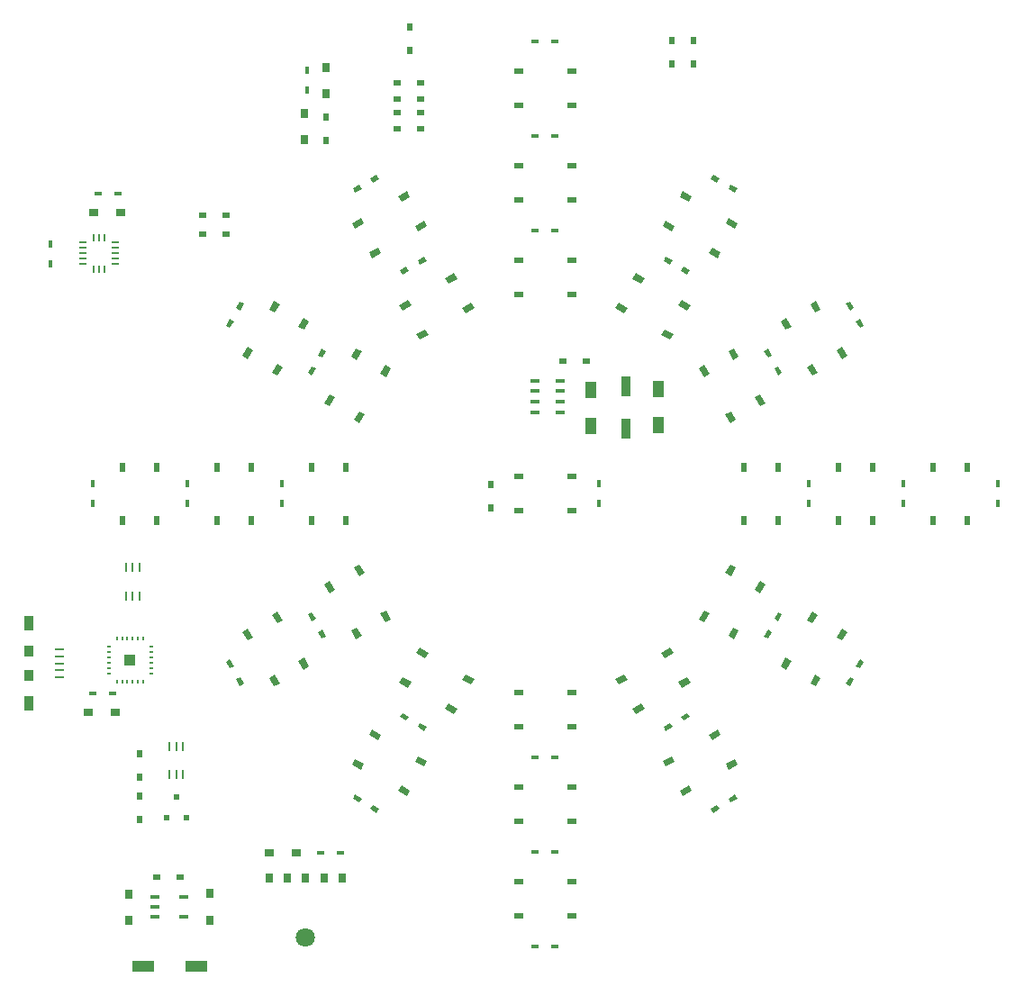
<source format=gtp>
G04 #@! TF.FileFunction,Paste,Top*
%FSLAX46Y46*%
G04 Gerber Fmt 4.6, Leading zero omitted, Abs format (unit mm)*
G04 Created by KiCad (PCBNEW 4.0.7) date Tuesday, 08 May 2018 'PMt' 13:08:49*
%MOMM*%
%LPD*%
G01*
G04 APERTURE LIST*
%ADD10C,0.100000*%
%ADD11R,0.750000X0.900000*%
%ADD12R,0.720000X0.450000*%
%ADD13R,0.900000X0.750000*%
%ADD14R,0.450000X0.720000*%
%ADD15R,1.080000X1.560000*%
%ADD16R,0.900000X1.920000*%
%ADD17R,0.480000X0.540000*%
%ADD18R,0.240000X0.900000*%
%ADD19R,0.540000X0.720000*%
%ADD20R,0.720000X0.540000*%
%ADD21R,0.936000X0.390000*%
%ADD22R,0.600000X0.960000*%
%ADD23R,0.960000X0.600000*%
%ADD24R,0.960000X0.360000*%
%ADD25R,0.780000X0.180000*%
%ADD26R,0.180000X0.780000*%
%ADD27R,2.100000X1.080000*%
%ADD28R,0.840000X0.240000*%
%ADD29R,0.840000X1.080000*%
%ADD30R,0.840000X1.380000*%
%ADD31R,0.642000X0.822000*%
%ADD32C,1.800000*%
%ADD33R,0.420000X0.150000*%
%ADD34R,0.150000X0.420000*%
%ADD35R,1.100000X1.100000*%
G04 APERTURE END LIST*
D10*
D11*
X70104000Y-116292000D03*
X70104000Y-113792000D03*
X62484000Y-116312000D03*
X62484000Y-113812000D03*
X78994000Y-40406000D03*
X78994000Y-42906000D03*
D12*
X82418000Y-109982000D03*
X80518000Y-109982000D03*
D13*
X75712000Y-109982000D03*
X78212000Y-109982000D03*
D11*
X81026000Y-38588000D03*
X81026000Y-36088000D03*
D14*
X79248000Y-38288000D03*
X79248000Y-36388000D03*
D13*
X61194000Y-96774000D03*
X58694000Y-96774000D03*
D12*
X60960000Y-94996000D03*
X59060000Y-94996000D03*
D14*
X59055000Y-75250000D03*
X59055000Y-77150000D03*
D12*
X100650000Y-118745000D03*
X102550000Y-118745000D03*
D14*
X144145000Y-77150000D03*
X144145000Y-75250000D03*
D12*
X102549999Y-33655000D03*
X100649999Y-33655000D03*
D10*
G36*
X85794492Y-46204059D02*
X86019492Y-46593771D01*
X85395954Y-46953771D01*
X85170954Y-46564059D01*
X85794492Y-46204059D01*
X85794492Y-46204059D01*
G37*
G36*
X84149044Y-47154059D02*
X84374044Y-47543771D01*
X83750506Y-47903771D01*
X83525506Y-47514059D01*
X84149044Y-47154059D01*
X84149044Y-47154059D01*
G37*
G36*
X72914059Y-58125507D02*
X73303771Y-58350507D01*
X72943771Y-58974045D01*
X72554059Y-58749045D01*
X72914059Y-58125507D01*
X72914059Y-58125507D01*
G37*
G36*
X71964059Y-59770955D02*
X72353771Y-59995955D01*
X71993771Y-60619493D01*
X71604059Y-60394493D01*
X71964059Y-59770955D01*
X71964059Y-59770955D01*
G37*
D14*
X67945000Y-75250000D03*
X67945000Y-77150000D03*
D10*
G36*
X71604059Y-92005507D02*
X71993771Y-91780507D01*
X72353771Y-92404045D01*
X71964059Y-92629045D01*
X71604059Y-92005507D01*
X71604059Y-92005507D01*
G37*
G36*
X72554059Y-93650955D02*
X72943771Y-93425955D01*
X73303771Y-94049493D01*
X72914059Y-94274493D01*
X72554059Y-93650955D01*
X72554059Y-93650955D01*
G37*
G36*
X83525507Y-104885940D02*
X83750507Y-104496228D01*
X84374045Y-104856228D01*
X84149045Y-105245940D01*
X83525507Y-104885940D01*
X83525507Y-104885940D01*
G37*
G36*
X85170955Y-105835940D02*
X85395955Y-105446228D01*
X86019493Y-105806228D01*
X85794493Y-106195940D01*
X85170955Y-105835940D01*
X85170955Y-105835940D01*
G37*
D12*
X100650000Y-109855000D03*
X102550000Y-109855000D03*
D10*
G36*
X117405507Y-106195940D02*
X117180507Y-105806228D01*
X117804045Y-105446228D01*
X118029045Y-105835940D01*
X117405507Y-106195940D01*
X117405507Y-106195940D01*
G37*
G36*
X119050955Y-105245940D02*
X118825955Y-104856228D01*
X119449493Y-104496228D01*
X119674493Y-104885940D01*
X119050955Y-105245940D01*
X119050955Y-105245940D01*
G37*
G36*
X119674493Y-47514059D02*
X119449493Y-47903771D01*
X118825955Y-47543771D01*
X119050955Y-47154059D01*
X119674493Y-47514059D01*
X119674493Y-47514059D01*
G37*
G36*
X118029045Y-46564059D02*
X117804045Y-46953771D01*
X117180507Y-46593771D01*
X117405507Y-46204059D01*
X118029045Y-46564059D01*
X118029045Y-46564059D01*
G37*
D12*
X102550000Y-42545000D03*
X100650000Y-42545000D03*
D10*
G36*
X90239492Y-53903024D02*
X90464492Y-54292736D01*
X89840954Y-54652736D01*
X89615954Y-54263024D01*
X90239492Y-53903024D01*
X90239492Y-53903024D01*
G37*
G36*
X88594044Y-54853024D02*
X88819044Y-55242736D01*
X88195506Y-55602736D01*
X87970506Y-55213024D01*
X88594044Y-54853024D01*
X88594044Y-54853024D01*
G37*
G36*
X80613024Y-62570507D02*
X81002736Y-62795507D01*
X80642736Y-63419045D01*
X80253024Y-63194045D01*
X80613024Y-62570507D01*
X80613024Y-62570507D01*
G37*
G36*
X79663024Y-64215955D02*
X80052736Y-64440955D01*
X79692736Y-65064493D01*
X79303024Y-64839493D01*
X79663024Y-64215955D01*
X79663024Y-64215955D01*
G37*
D14*
X76835000Y-75250000D03*
X76835000Y-77150000D03*
D10*
G36*
X79303024Y-87560507D02*
X79692736Y-87335507D01*
X80052736Y-87959045D01*
X79663024Y-88184045D01*
X79303024Y-87560507D01*
X79303024Y-87560507D01*
G37*
G36*
X80253024Y-89205955D02*
X80642736Y-88980955D01*
X81002736Y-89604493D01*
X80613024Y-89829493D01*
X80253024Y-89205955D01*
X80253024Y-89205955D01*
G37*
G36*
X87970507Y-97186975D02*
X88195507Y-96797263D01*
X88819045Y-97157263D01*
X88594045Y-97546975D01*
X87970507Y-97186975D01*
X87970507Y-97186975D01*
G37*
G36*
X89615955Y-98136975D02*
X89840955Y-97747263D01*
X90464493Y-98107263D01*
X90239493Y-98496975D01*
X89615955Y-98136975D01*
X89615955Y-98136975D01*
G37*
D12*
X100650000Y-100965000D03*
X102550000Y-100965000D03*
D10*
G36*
X112960507Y-98496975D02*
X112735507Y-98107263D01*
X113359045Y-97747263D01*
X113584045Y-98136975D01*
X112960507Y-98496975D01*
X112960507Y-98496975D01*
G37*
G36*
X114605955Y-97546975D02*
X114380955Y-97157263D01*
X115004493Y-96797263D01*
X115229493Y-97186975D01*
X114605955Y-97546975D01*
X114605955Y-97546975D01*
G37*
G36*
X122586975Y-89829493D02*
X122197263Y-89604493D01*
X122557263Y-88980955D01*
X122946975Y-89205955D01*
X122586975Y-89829493D01*
X122586975Y-89829493D01*
G37*
G36*
X123536975Y-88184045D02*
X123147263Y-87959045D01*
X123507263Y-87335507D01*
X123896975Y-87560507D01*
X123536975Y-88184045D01*
X123536975Y-88184045D01*
G37*
G36*
X123896975Y-64839492D02*
X123507263Y-65064492D01*
X123147263Y-64440954D01*
X123536975Y-64215954D01*
X123896975Y-64839492D01*
X123896975Y-64839492D01*
G37*
G36*
X122946975Y-63194044D02*
X122557263Y-63419044D01*
X122197263Y-62795506D01*
X122586975Y-62570506D01*
X122946975Y-63194044D01*
X122946975Y-63194044D01*
G37*
G36*
X115229493Y-55213024D02*
X115004493Y-55602736D01*
X114380955Y-55242736D01*
X114605955Y-54853024D01*
X115229493Y-55213024D01*
X115229493Y-55213024D01*
G37*
G36*
X113584045Y-54263024D02*
X113359045Y-54652736D01*
X112735507Y-54292736D01*
X112960507Y-53903024D01*
X113584045Y-54263024D01*
X113584045Y-54263024D01*
G37*
D12*
X102550000Y-51435000D03*
X100650000Y-51435000D03*
D14*
X106680000Y-75250000D03*
X106680000Y-77150000D03*
D15*
X105918000Y-66450000D03*
X105918000Y-69850000D03*
D16*
X109220000Y-66072000D03*
X109220000Y-70072000D03*
D15*
X112268000Y-66372000D03*
X112268000Y-69772000D03*
D13*
X59202000Y-49784000D03*
X61702000Y-49784000D03*
D12*
X59568000Y-48006000D03*
X61468000Y-48006000D03*
D14*
X55118000Y-52710000D03*
X55118000Y-54610000D03*
D17*
X66040000Y-106680000D03*
X67940000Y-106680000D03*
X66990000Y-104680000D03*
D18*
X66294000Y-102616000D03*
X66944000Y-102616000D03*
X67594000Y-102616000D03*
X67594000Y-99956000D03*
X66944000Y-99956000D03*
X66294000Y-99956000D03*
X63500000Y-83140000D03*
X62850000Y-83140000D03*
X62200000Y-83140000D03*
X62200000Y-85800000D03*
X62850000Y-85800000D03*
X63500000Y-85800000D03*
D19*
X81026000Y-40810000D03*
X81026000Y-43010000D03*
D20*
X67310000Y-112268000D03*
X65110000Y-112268000D03*
D19*
X63500000Y-100670000D03*
X63500000Y-102870000D03*
X63500000Y-106848000D03*
X63500000Y-104648000D03*
D20*
X89916000Y-41910000D03*
X87716000Y-41910000D03*
X89916000Y-37592000D03*
X87716000Y-37592000D03*
X87716000Y-40386000D03*
X89916000Y-40386000D03*
X87716000Y-39116000D03*
X89916000Y-39116000D03*
D19*
X88900000Y-34544000D03*
X88900000Y-32344000D03*
X115570000Y-35814000D03*
X115570000Y-33614000D03*
X113538000Y-35814000D03*
X113538000Y-33614000D03*
D20*
X105494000Y-63754000D03*
X103294000Y-63754000D03*
X71628000Y-51816000D03*
X69428000Y-51816000D03*
X71628000Y-50038000D03*
X69428000Y-50038000D03*
D21*
X64944000Y-114112000D03*
X64944000Y-115062000D03*
X64944000Y-116012000D03*
X67644000Y-116012000D03*
X67644000Y-114112000D03*
D22*
X61900000Y-78700000D03*
X65100000Y-78700000D03*
X61900000Y-73700000D03*
X65100000Y-73700000D03*
D23*
X104100000Y-115900000D03*
X104100000Y-112700000D03*
X99100000Y-115900000D03*
X99100000Y-112700000D03*
D22*
X141300000Y-73700000D03*
X138100000Y-73700000D03*
X141300000Y-78700000D03*
X138100000Y-78700000D03*
D23*
X99099999Y-36500000D03*
X99099999Y-39700000D03*
X104099999Y-36500000D03*
X104099999Y-39700000D03*
D10*
G36*
X84295627Y-50267948D02*
X84595627Y-50787564D01*
X83764243Y-51267564D01*
X83464243Y-50747948D01*
X84295627Y-50267948D01*
X84295627Y-50267948D01*
G37*
G36*
X85895627Y-53039230D02*
X86195627Y-53558846D01*
X85364243Y-54038846D01*
X85064243Y-53519230D01*
X85895627Y-53039230D01*
X85895627Y-53039230D01*
G37*
G36*
X88625755Y-47767948D02*
X88925755Y-48287564D01*
X88094371Y-48767564D01*
X87794371Y-48247948D01*
X88625755Y-47767948D01*
X88625755Y-47767948D01*
G37*
G36*
X90225755Y-50539230D02*
X90525755Y-51058846D01*
X89694371Y-51538846D01*
X89394371Y-51019230D01*
X90225755Y-50539230D01*
X90225755Y-50539230D01*
G37*
G36*
X73647948Y-62394372D02*
X74167564Y-62694372D01*
X73687564Y-63525756D01*
X73167948Y-63225756D01*
X73647948Y-62394372D01*
X73647948Y-62394372D01*
G37*
G36*
X76419230Y-63994372D02*
X76938846Y-64294372D01*
X76458846Y-65125756D01*
X75939230Y-64825756D01*
X76419230Y-63994372D01*
X76419230Y-63994372D01*
G37*
G36*
X76147948Y-58064244D02*
X76667564Y-58364244D01*
X76187564Y-59195628D01*
X75667948Y-58895628D01*
X76147948Y-58064244D01*
X76147948Y-58064244D01*
G37*
G36*
X78919230Y-59664244D02*
X79438846Y-59964244D01*
X78958846Y-60795628D01*
X78439230Y-60495628D01*
X78919230Y-59664244D01*
X78919230Y-59664244D01*
G37*
D22*
X70790000Y-78700000D03*
X73990000Y-78700000D03*
X70790000Y-73700000D03*
X73990000Y-73700000D03*
D10*
G36*
X75667948Y-93504372D02*
X76187564Y-93204372D01*
X76667564Y-94035756D01*
X76147948Y-94335756D01*
X75667948Y-93504372D01*
X75667948Y-93504372D01*
G37*
G36*
X78439230Y-91904372D02*
X78958846Y-91604372D01*
X79438846Y-92435756D01*
X78919230Y-92735756D01*
X78439230Y-91904372D01*
X78439230Y-91904372D01*
G37*
G36*
X73167948Y-89174244D02*
X73687564Y-88874244D01*
X74167564Y-89705628D01*
X73647948Y-90005628D01*
X73167948Y-89174244D01*
X73167948Y-89174244D01*
G37*
G36*
X75939230Y-87574244D02*
X76458846Y-87274244D01*
X76938846Y-88105628D01*
X76419230Y-88405628D01*
X75939230Y-87574244D01*
X75939230Y-87574244D01*
G37*
G36*
X87794372Y-104152051D02*
X88094372Y-103632435D01*
X88925756Y-104112435D01*
X88625756Y-104632051D01*
X87794372Y-104152051D01*
X87794372Y-104152051D01*
G37*
G36*
X89394372Y-101380769D02*
X89694372Y-100861153D01*
X90525756Y-101341153D01*
X90225756Y-101860769D01*
X89394372Y-101380769D01*
X89394372Y-101380769D01*
G37*
G36*
X83464244Y-101652051D02*
X83764244Y-101132435D01*
X84595628Y-101612435D01*
X84295628Y-102132051D01*
X83464244Y-101652051D01*
X83464244Y-101652051D01*
G37*
G36*
X85064244Y-98880769D02*
X85364244Y-98361153D01*
X86195628Y-98841153D01*
X85895628Y-99360769D01*
X85064244Y-98880769D01*
X85064244Y-98880769D01*
G37*
D23*
X104100000Y-107010000D03*
X104100000Y-103810000D03*
X99100000Y-107010000D03*
X99100000Y-103810000D03*
D10*
G36*
X118904372Y-102132051D02*
X118604372Y-101612435D01*
X119435756Y-101132435D01*
X119735756Y-101652051D01*
X118904372Y-102132051D01*
X118904372Y-102132051D01*
G37*
G36*
X117304372Y-99360769D02*
X117004372Y-98841153D01*
X117835756Y-98361153D01*
X118135756Y-98880769D01*
X117304372Y-99360769D01*
X117304372Y-99360769D01*
G37*
G36*
X114574244Y-104632051D02*
X114274244Y-104112435D01*
X115105628Y-103632435D01*
X115405628Y-104152051D01*
X114574244Y-104632051D01*
X114574244Y-104632051D01*
G37*
G36*
X112974244Y-101860769D02*
X112674244Y-101341153D01*
X113505628Y-100861153D01*
X113805628Y-101380769D01*
X112974244Y-101860769D01*
X112974244Y-101860769D01*
G37*
G36*
X115405628Y-48247948D02*
X115105628Y-48767564D01*
X114274244Y-48287564D01*
X114574244Y-47767948D01*
X115405628Y-48247948D01*
X115405628Y-48247948D01*
G37*
G36*
X113805628Y-51019230D02*
X113505628Y-51538846D01*
X112674244Y-51058846D01*
X112974244Y-50539230D01*
X113805628Y-51019230D01*
X113805628Y-51019230D01*
G37*
G36*
X119735756Y-50747948D02*
X119435756Y-51267564D01*
X118604372Y-50787564D01*
X118904372Y-50267948D01*
X119735756Y-50747948D01*
X119735756Y-50747948D01*
G37*
G36*
X118135756Y-53519230D02*
X117835756Y-54038846D01*
X117004372Y-53558846D01*
X117304372Y-53039230D01*
X118135756Y-53519230D01*
X118135756Y-53519230D01*
G37*
D23*
X99100000Y-45390000D03*
X99100000Y-48590000D03*
X104100000Y-45390000D03*
X104100000Y-48590000D03*
D10*
G36*
X88740627Y-57966914D02*
X89040627Y-58486530D01*
X88209243Y-58966530D01*
X87909243Y-58446914D01*
X88740627Y-57966914D01*
X88740627Y-57966914D01*
G37*
G36*
X90340627Y-60738196D02*
X90640627Y-61257812D01*
X89809243Y-61737812D01*
X89509243Y-61218196D01*
X90340627Y-60738196D01*
X90340627Y-60738196D01*
G37*
G36*
X93070755Y-55466914D02*
X93370755Y-55986530D01*
X92539371Y-56466530D01*
X92239371Y-55946914D01*
X93070755Y-55466914D01*
X93070755Y-55466914D01*
G37*
G36*
X94670755Y-58238196D02*
X94970755Y-58757812D01*
X94139371Y-59237812D01*
X93839371Y-58718196D01*
X94670755Y-58238196D01*
X94670755Y-58238196D01*
G37*
G36*
X81346914Y-66839372D02*
X81866530Y-67139372D01*
X81386530Y-67970756D01*
X80866914Y-67670756D01*
X81346914Y-66839372D01*
X81346914Y-66839372D01*
G37*
G36*
X84118196Y-68439372D02*
X84637812Y-68739372D01*
X84157812Y-69570756D01*
X83638196Y-69270756D01*
X84118196Y-68439372D01*
X84118196Y-68439372D01*
G37*
G36*
X83846914Y-62509244D02*
X84366530Y-62809244D01*
X83886530Y-63640628D01*
X83366914Y-63340628D01*
X83846914Y-62509244D01*
X83846914Y-62509244D01*
G37*
G36*
X86618196Y-64109244D02*
X87137812Y-64409244D01*
X86657812Y-65240628D01*
X86138196Y-64940628D01*
X86618196Y-64109244D01*
X86618196Y-64109244D01*
G37*
D22*
X79680000Y-78700000D03*
X82880000Y-78700000D03*
X79680000Y-73700000D03*
X82880000Y-73700000D03*
D10*
G36*
X83366914Y-89059372D02*
X83886530Y-88759372D01*
X84366530Y-89590756D01*
X83846914Y-89890756D01*
X83366914Y-89059372D01*
X83366914Y-89059372D01*
G37*
G36*
X86138196Y-87459372D02*
X86657812Y-87159372D01*
X87137812Y-87990756D01*
X86618196Y-88290756D01*
X86138196Y-87459372D01*
X86138196Y-87459372D01*
G37*
G36*
X80866914Y-84729244D02*
X81386530Y-84429244D01*
X81866530Y-85260628D01*
X81346914Y-85560628D01*
X80866914Y-84729244D01*
X80866914Y-84729244D01*
G37*
G36*
X83638196Y-83129244D02*
X84157812Y-82829244D01*
X84637812Y-83660628D01*
X84118196Y-83960628D01*
X83638196Y-83129244D01*
X83638196Y-83129244D01*
G37*
G36*
X92239372Y-96453085D02*
X92539372Y-95933469D01*
X93370756Y-96413469D01*
X93070756Y-96933085D01*
X92239372Y-96453085D01*
X92239372Y-96453085D01*
G37*
G36*
X93839372Y-93681803D02*
X94139372Y-93162187D01*
X94970756Y-93642187D01*
X94670756Y-94161803D01*
X93839372Y-93681803D01*
X93839372Y-93681803D01*
G37*
G36*
X87909244Y-93953085D02*
X88209244Y-93433469D01*
X89040628Y-93913469D01*
X88740628Y-94433085D01*
X87909244Y-93953085D01*
X87909244Y-93953085D01*
G37*
G36*
X89509244Y-91181803D02*
X89809244Y-90662187D01*
X90640628Y-91142187D01*
X90340628Y-91661803D01*
X89509244Y-91181803D01*
X89509244Y-91181803D01*
G37*
D23*
X104100000Y-98120000D03*
X104100000Y-94920000D03*
X99100000Y-98120000D03*
X99100000Y-94920000D03*
D10*
G36*
X114459372Y-94433085D02*
X114159372Y-93913469D01*
X114990756Y-93433469D01*
X115290756Y-93953085D01*
X114459372Y-94433085D01*
X114459372Y-94433085D01*
G37*
G36*
X112859372Y-91661803D02*
X112559372Y-91142187D01*
X113390756Y-90662187D01*
X113690756Y-91181803D01*
X112859372Y-91661803D01*
X112859372Y-91661803D01*
G37*
G36*
X110129244Y-96933085D02*
X109829244Y-96413469D01*
X110660628Y-95933469D01*
X110960628Y-96453085D01*
X110129244Y-96933085D01*
X110129244Y-96933085D01*
G37*
G36*
X108529244Y-94161803D02*
X108229244Y-93642187D01*
X109060628Y-93162187D01*
X109360628Y-93681803D01*
X108529244Y-94161803D01*
X108529244Y-94161803D01*
G37*
G36*
X121853085Y-85560628D02*
X121333469Y-85260628D01*
X121813469Y-84429244D01*
X122333085Y-84729244D01*
X121853085Y-85560628D01*
X121853085Y-85560628D01*
G37*
G36*
X119081803Y-83960628D02*
X118562187Y-83660628D01*
X119042187Y-82829244D01*
X119561803Y-83129244D01*
X119081803Y-83960628D01*
X119081803Y-83960628D01*
G37*
G36*
X119353085Y-89890756D02*
X118833469Y-89590756D01*
X119313469Y-88759372D01*
X119833085Y-89059372D01*
X119353085Y-89890756D01*
X119353085Y-89890756D01*
G37*
G36*
X116581803Y-88290756D02*
X116062187Y-87990756D01*
X116542187Y-87159372D01*
X117061803Y-87459372D01*
X116581803Y-88290756D01*
X116581803Y-88290756D01*
G37*
D22*
X123520000Y-73700000D03*
X120320000Y-73700000D03*
X123520000Y-78700000D03*
X120320000Y-78700000D03*
D10*
G36*
X119833085Y-63340627D02*
X119313469Y-63640627D01*
X118833469Y-62809243D01*
X119353085Y-62509243D01*
X119833085Y-63340627D01*
X119833085Y-63340627D01*
G37*
G36*
X117061803Y-64940627D02*
X116542187Y-65240627D01*
X116062187Y-64409243D01*
X116581803Y-64109243D01*
X117061803Y-64940627D01*
X117061803Y-64940627D01*
G37*
G36*
X122333085Y-67670755D02*
X121813469Y-67970755D01*
X121333469Y-67139371D01*
X121853085Y-66839371D01*
X122333085Y-67670755D01*
X122333085Y-67670755D01*
G37*
G36*
X119561803Y-69270755D02*
X119042187Y-69570755D01*
X118562187Y-68739371D01*
X119081803Y-68439371D01*
X119561803Y-69270755D01*
X119561803Y-69270755D01*
G37*
G36*
X110960628Y-55946914D02*
X110660628Y-56466530D01*
X109829244Y-55986530D01*
X110129244Y-55466914D01*
X110960628Y-55946914D01*
X110960628Y-55946914D01*
G37*
G36*
X109360628Y-58718196D02*
X109060628Y-59237812D01*
X108229244Y-58757812D01*
X108529244Y-58238196D01*
X109360628Y-58718196D01*
X109360628Y-58718196D01*
G37*
G36*
X115290756Y-58446914D02*
X114990756Y-58966530D01*
X114159372Y-58486530D01*
X114459372Y-57966914D01*
X115290756Y-58446914D01*
X115290756Y-58446914D01*
G37*
G36*
X113690756Y-61218196D02*
X113390756Y-61737812D01*
X112559372Y-61257812D01*
X112859372Y-60738196D01*
X113690756Y-61218196D01*
X113690756Y-61218196D01*
G37*
D23*
X99100000Y-54280000D03*
X99100000Y-57480000D03*
X104100000Y-54280000D03*
X104100000Y-57480000D03*
X104100000Y-77800000D03*
X104100000Y-74600000D03*
X99100000Y-77800000D03*
X99100000Y-74600000D03*
D24*
X100654000Y-65556000D03*
X100654000Y-66556000D03*
X100654000Y-67556000D03*
X100654000Y-68556000D03*
X103054000Y-68556000D03*
X103054000Y-67556000D03*
X103054000Y-66556000D03*
X103054000Y-65556000D03*
D25*
X58190000Y-52594000D03*
X58190000Y-53094000D03*
X58190000Y-53594000D03*
X58190000Y-54094000D03*
X58190000Y-54594000D03*
D26*
X59190000Y-55094000D03*
X59690000Y-55094000D03*
X60190000Y-55094000D03*
D25*
X61190000Y-54594000D03*
X61190000Y-54094000D03*
X61190000Y-53594000D03*
X61190000Y-53094000D03*
X61190000Y-52594000D03*
D26*
X60190000Y-52094000D03*
X59690000Y-52094000D03*
X59190000Y-52094000D03*
D27*
X68834000Y-120650000D03*
X63834000Y-120650000D03*
D19*
X96520000Y-77554000D03*
X96520000Y-75354000D03*
D10*
G36*
X130285940Y-94274493D02*
X129896228Y-94049493D01*
X130256228Y-93425955D01*
X130645940Y-93650955D01*
X130285940Y-94274493D01*
X130285940Y-94274493D01*
G37*
G36*
X131235940Y-92629045D02*
X130846228Y-92404045D01*
X131206228Y-91780507D01*
X131595940Y-92005507D01*
X131235940Y-92629045D01*
X131235940Y-92629045D01*
G37*
D14*
X135255000Y-77150000D03*
X135255000Y-75250000D03*
D10*
G36*
X131595940Y-60394492D02*
X131206228Y-60619492D01*
X130846228Y-59995954D01*
X131235940Y-59770954D01*
X131595940Y-60394492D01*
X131595940Y-60394492D01*
G37*
G36*
X130645940Y-58749044D02*
X130256228Y-58974044D01*
X129896228Y-58350506D01*
X130285940Y-58125506D01*
X130645940Y-58749044D01*
X130645940Y-58749044D01*
G37*
D14*
X126365000Y-77150000D03*
X126365000Y-75250000D03*
D10*
G36*
X129552051Y-90005628D02*
X129032435Y-89705628D01*
X129512435Y-88874244D01*
X130032051Y-89174244D01*
X129552051Y-90005628D01*
X129552051Y-90005628D01*
G37*
G36*
X126780769Y-88405628D02*
X126261153Y-88105628D01*
X126741153Y-87274244D01*
X127260769Y-87574244D01*
X126780769Y-88405628D01*
X126780769Y-88405628D01*
G37*
G36*
X127052051Y-94335756D02*
X126532435Y-94035756D01*
X127012435Y-93204372D01*
X127532051Y-93504372D01*
X127052051Y-94335756D01*
X127052051Y-94335756D01*
G37*
G36*
X124280769Y-92735756D02*
X123761153Y-92435756D01*
X124241153Y-91604372D01*
X124760769Y-91904372D01*
X124280769Y-92735756D01*
X124280769Y-92735756D01*
G37*
D22*
X132410000Y-73700000D03*
X129210000Y-73700000D03*
X132410000Y-78700000D03*
X129210000Y-78700000D03*
D10*
G36*
X127532051Y-58895627D02*
X127012435Y-59195627D01*
X126532435Y-58364243D01*
X127052051Y-58064243D01*
X127532051Y-58895627D01*
X127532051Y-58895627D01*
G37*
G36*
X124760769Y-60495627D02*
X124241153Y-60795627D01*
X123761153Y-59964243D01*
X124280769Y-59664243D01*
X124760769Y-60495627D01*
X124760769Y-60495627D01*
G37*
G36*
X130032051Y-63225755D02*
X129512435Y-63525755D01*
X129032435Y-62694371D01*
X129552051Y-62394371D01*
X130032051Y-63225755D01*
X130032051Y-63225755D01*
G37*
G36*
X127260769Y-64825755D02*
X126741153Y-65125755D01*
X126261153Y-64294371D01*
X126780769Y-63994371D01*
X127260769Y-64825755D01*
X127260769Y-64825755D01*
G37*
D28*
X55936000Y-92146000D03*
X55936000Y-91496000D03*
X55936000Y-90846000D03*
X55936000Y-92796000D03*
X55936000Y-93446000D03*
D29*
X53086000Y-93296000D03*
X53086000Y-90996000D03*
D30*
X53086000Y-95896000D03*
X53086000Y-88396000D03*
D31*
X79112000Y-112329000D03*
X80832000Y-112329000D03*
X82552000Y-112329000D03*
X77392000Y-112329000D03*
X75672000Y-112329000D03*
D32*
X79112000Y-117929000D03*
D33*
X60596000Y-90586000D03*
X60596000Y-91086000D03*
X60596000Y-91586000D03*
X60596000Y-92086000D03*
X60596000Y-92586000D03*
X60596000Y-93086000D03*
D34*
X61346000Y-93836000D03*
X61846000Y-93836000D03*
X62346000Y-93836000D03*
X62846000Y-93836000D03*
X63346000Y-93836000D03*
X63846000Y-93836000D03*
D33*
X64596000Y-93086000D03*
X64596000Y-92586000D03*
X64596000Y-92086000D03*
X64596000Y-91586000D03*
X64596000Y-91086000D03*
X64596000Y-90586000D03*
D34*
X63846000Y-89836000D03*
X63346000Y-89836000D03*
X62846000Y-89836000D03*
X62346000Y-89836000D03*
X61846000Y-89836000D03*
X61346000Y-89836000D03*
D35*
X62596000Y-91836000D03*
M02*

</source>
